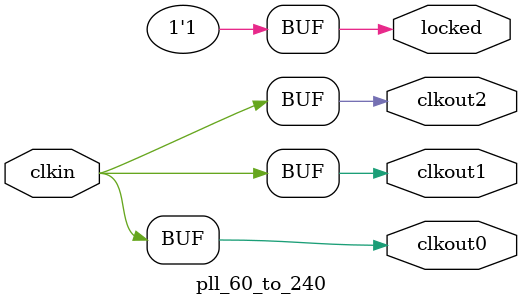
<source format=v>

module top (
    // Clock and Reset
    input  wire        clk_60mhz,       // 60MHz input clock
    input  wire        reset_n,         // Active low reset
    
    // USB PHY 0 - CONTROL (Internal MCU Access)
    inout  wire        usb0_dp,         // USB D+ (bidirectional)
    inout  wire        usb0_dn,         // USB D- (bidirectional)
    output wire        usb0_pullup,     // USB pullup control
    
    // USB PHY 1 - TARGET A/C (Shared PHY)
    inout  wire        usb1_dp,         // USB D+ (bidirectional)
    inout  wire        usb1_dn,         // USB D- (bidirectional)
    output wire        usb1_pullup,     // USB pullup control
    
    // USB PHY 2 - TARGET B (Dedicated)
    inout  wire        usb2_dp,         // USB D+ (bidirectional)
    inout  wire        usb2_dn,         // USB D- (bidirectional)
    output wire        usb2_pullup,     // USB pullup control
    
    // UART0 to SAMD51 (USB CDC-ACM bridge)
    input  wire        uart0_rx,        // UART receive from SAMD51
    output wire        uart0_tx,        // UART transmit to SAMD51
    
    // Status LEDs (Cynthion has 6 FPGA LEDs: 0-5)
    output wire [5:0]  led,             // Status LEDs
    
    // Debug Interface
    output wire [3:0]  debug            // Debug signals
);

    // Clock generation
    wire        clk;                // System clock (60 MHz)
    wire        clk_120mhz;         // 120MHz clock for fast path
    wire        clk_240mhz;         // 240MHz clock for PHY
    wire        pll_locked;         // PLL lock indicator
    wire        rst_n;              // Global reset (active low)
    
    // Output enable signals for USB PHYs
    wire usb0_dp_oe;        // USB0 D+ output enable
    wire usb0_dn_oe;        // USB0 D- output enable
    wire usb1_dp_oe;        // USB1 D+ output enable
    wire usb1_dn_oe;        // USB1 D- output enable
    wire usb2_dp_oe;        // USB2 D+ output enable
    wire usb2_dn_oe;        // USB2 D- output enable
    
    // USB PHY signals for the three interfaces
    // PHY 0 - Control
    wire [1:0]  phy0_line_state;    // USB0 line state
    wire [7:0]  phy0_rx_data;       // USB0 received data
    wire        phy0_rx_valid;      // USB0 data valid
    wire        phy0_rx_active;     // USB0 receiving
    wire        phy0_rx_error;      // USB0 error
    wire [7:0]  phy0_tx_data;       // USB0 transmit data
    wire        phy0_tx_valid;      // USB0 transmit valid
    wire        phy0_tx_ready;      // USB0 ready for transmit
    wire [1:0]  phy0_tx_op_mode;    // USB0 operation mode
    
    // PHY 1 - Target A/C
    wire [1:0]  phy1_line_state;    // USB1 line state
    wire [7:0]  phy1_rx_data;       // USB1 received data
    wire        phy1_rx_valid;      // USB1 data valid
    wire        phy1_rx_active;     // USB1 receiving
    wire        phy1_rx_error;      // USB1 error
    wire [7:0]  phy1_tx_data;       // USB1 transmit data
    wire        phy1_tx_valid;      // USB1 transmit valid
    wire        phy1_tx_ready;      // USB1 ready for transmit
    wire [1:0]  phy1_tx_op_mode;    // USB1 operation mode
    
    // PHY 2 - Target B
    wire [1:0]  phy2_line_state;    // USB2 line state
    wire [7:0]  phy2_rx_data;       // USB2 received data
    wire        phy2_rx_valid;      // USB2 data valid
    wire        phy2_rx_active;     // USB2 receiving
    wire        phy2_rx_error;      // USB2 error
    wire [7:0]  phy2_tx_data;       // USB2 transmit data
    wire        phy2_tx_valid;      // USB2 transmit valid
    wire        phy2_tx_ready;      // USB2 ready for transmit
    wire [1:0]  phy2_tx_op_mode;    // USB2 operation mode
    
    // PHY configuration
    wire [1:0]  phy0_speed_ctrl;    // USB0 speed select
    wire [1:0]  phy1_speed_ctrl;    // USB1 speed select
    wire [1:0]  phy2_speed_ctrl;    // USB2 speed select
    wire        phy0_reset;         // USB0 PHY reset
    wire        phy1_reset;         // USB1 PHY reset
    wire        phy2_reset;         // USB2 PHY reset
    
    // Protocol handler signals
    // Host side protocol
    wire [7:0]  host_decoded_data;  // Decoded data from host
    wire        host_decoded_valid; // Host data valid
    wire        host_decoded_sop;   // Start of host packet
    wire        host_decoded_eop;   // End of host packet
    wire [3:0]  host_pid;           // Host packet ID
    wire [6:0]  host_dev_addr;      // Device address from host
    wire [3:0]  host_endp;          // Endpoint from host
    wire        host_crc_valid;     // Host CRC valid
    
    // Device side protocol
    wire [7:0]  device_decoded_data;// Decoded data from device
    wire        device_decoded_valid;// Device data valid
    wire        device_decoded_sop; // Start of device packet
    wire        device_decoded_eop; // End of device packet
    wire [3:0]  device_pid;         // Device packet ID
    wire        device_crc_valid;   // Device CRC valid
    
    // Control protocol signals
    wire [7:0]  host_tx_data;       // Data to transmit to host
    wire        host_tx_valid;      // Data valid for host
    wire        host_tx_sop;        // Start of packet to host
    wire        host_tx_eop;        // End of packet to host
    wire [3:0]  host_tx_pid;        // PID to send to host
    
    wire [7:0]  device_tx_data;     // Data to transmit to device
    wire        device_tx_valid;    // Data valid for device
    wire        device_tx_sop;      // Start of packet to device
    wire        device_tx_eop;      // End of packet to device
    wire [3:0]  device_tx_pid;      // PID to send to device
    
    // Packet proxy signals
    wire [7:0]  packet_data;        // Packet data
    wire        packet_valid;       // Packet valid
    wire        packet_sop;         // Packet start
    wire        packet_eop;         // Packet end
    wire [3:0]  packet_pid;         // Packet ID
    wire        is_token_packet;    // Is token packet
    wire        is_data_packet;     // Is data packet
    
    // Buffer manager signals
    wire [7:0]  buffer_data;        // Data for buffer
    wire        buffer_valid;       // Buffer data valid
    wire [63:0] buffer_timestamp;   // Timestamp for buffer
    wire [7:0]  buffer_flags;       // Buffer flags
    wire        buffer_ready;       // Buffer ready
    wire [7:0]  read_data;          // Read data from buffer
    wire        read_valid;         // Read valid
    wire        read_req;           // Read request
    
    // Timestamp signals
    wire [63:0] timestamp;          // Current timestamp
    wire [31:0] timestamp_ms;       // Millisecond timestamp
    wire [15:0] sof_frame_num;      // SOF frame number
    wire        timestamp_valid;    // Timestamp valid
    
    // Control registers
    reg         proxy_enable;       // Enable proxy
    reg  [15:0] packet_filter_mask; // Packet filter
    reg         packet_filter_en;   // Enable filtering
    reg         modify_enable;      // Enable modification
    reg  [7:0]  modify_flags;       // Modification flags
    reg  [3:0]  resolution_ctrl;    // Timestamp resolution
    
    // Status signals
    wire        buffer_overflow;    // Buffer overflow
    wire        buffer_underflow;   // Buffer underflow
    wire [15:0] buffer_used;        // Buffer usage
    wire [31:0] packet_count;       // Packet count
    wire [15:0] error_count;        // Error counter
    
    // Control bus
    reg  [7:0]  control_reg_addr;   // Control register address
    reg  [7:0]  control_reg_data;   // Control register data
    reg         control_reg_write;  // Control register write
    
    // Debug interface signals
    wire [7:0]  debug_cmd;          // Debug command input
    wire        debug_cmd_valid;    // Debug command valid
    wire [7:0]  debug_resp;         // Debug response output
    wire        debug_resp_valid;   // Debug response valid
    wire [7:0]  debug_leds;         // Debug LED outputs
    wire [7:0]  debug_probe;        // Debug probe outputs
    wire        force_reset;        // Force system reset
    
    // UART0 interface signals (to SAMD51)
    wire [7:0]  uart_tx_data;       // UART transmit data
    wire        uart_tx_valid;      // UART transmit valid
    wire        uart_tx_ready;      // UART ready for data
    wire [7:0]  uart_rx_data;       // UART received data
    wire        uart_rx_valid;      // UART receive valid
    wire        uart_rx_ready;      // UART ready to accept
    wire        uart_tx_busy;       // UART transmitter busy
    wire        uart_rx_error;      // UART receiver error
    wire [7:0]  uart_tx_fifo_used;  // TX FIFO occupancy
    wire [7:0]  uart_rx_fifo_used;  // RX FIFO occupancy
    
    // PHY monitoring
    wire        event_valid;        // PHY event valid
    wire [7:0]  event_type;         // PHY event type
    wire [63:0] event_timestamp;    // PHY event timestamp
    
    // Connection status
    wire        host_conn_detect;   // Host connection detected
    wire [1:0]  host_conn_speed;    // Host connection speed
    wire        device_conn_detect; // Device connection detected
    wire [1:0]  device_conn_speed;  // Device connection speed
    
    // USB Host Mode Signals
    // Reset Controller
    wire        host_mode_enable;       // Enable USB host mode
    wire        bus_reset_req;          // Request bus reset
    wire        reset_active;           // Reset in progress
    wire [1:0]  detected_speed;         // Detected device speed (00=LS, 01=FS, 10=HS)
    wire        reset_done;             // Reset complete
    
    // Token Generator
    wire        token_start;            // Start token generation
    wire [1:0]  token_type;             // Token type (00=OUT, 01=IN, 10=SETUP, 11=SOF)
    wire [6:0]  token_addr;             // Device address
    wire [3:0]  token_endp;             // Endpoint number
    wire [7:0]  token_data_out;         // Token data to PHY
    wire        token_data_valid;       // Token data valid
    wire        token_ready;            // Token generator ready
    wire        token_done;             // Token generation complete
    
    // SOF Generator
    wire        sof_enable;             // Enable SOF generation
    wire        sof_trigger;            // SOF trigger output
    wire [10:0] sof_frame_number;       // Current frame number
    wire        sof_start;              // Start SOF packet
    wire [7:0]  sof_data_out;           // SOF data to PHY
    wire        sof_data_valid;         // SOF data valid
    wire        sof_done;               // SOF generation complete
    
    // Transaction Engine
    wire        trans_start;            // Start transaction
    wire [1:0]  trans_type;             // Transaction type (00=SETUP, 01=IN, 10=OUT)
    wire [6:0]  trans_addr;             // Transaction device address
    wire [3:0]  trans_endp;             // Transaction endpoint
    wire        trans_data_pid;         // Data PID (0=DATA0, 1=DATA1)
    wire [7:0]  trans_data_len;         // Data length
    wire [7:0]  trans_data_in;          // Data input for OUT/SETUP
    wire        trans_data_in_valid;    // Data input valid
    wire        trans_data_in_ready;    // Ready for data input
    wire [7:0]  trans_data_out;         // Data output for IN
    wire        trans_data_out_valid;   // Data output valid
    wire        trans_data_out_ready;   // Ready to accept data output
    wire        trans_done;             // Transaction complete
    wire [2:0]  trans_result;           // Transaction result (ACK/NAK/STALL/etc)
    
    // USB Enumerator
    wire        enum_start;             // Start enumeration
    wire        enum_done;              // Enumeration complete
    wire        enum_error;             // Enumeration error
    wire [7:0]  enum_error_code;        // Error code
    wire [6:0]  enum_device_addr;       // Assigned device address
    wire [7:0]  enum_config_num;        // Configuration number to select
    wire [15:0] enum_vendor_id;         // Device vendor ID
    wire [15:0] enum_product_id;        // Device product ID
    wire [7:0]  enum_max_packet_size;   // Max packet size for EP0
    wire [7:0]  enum_num_configs;       // Number of configurations
    wire [7:0]  enum_interface_num;     // HID interface number
    wire [7:0]  enum_config_desc_out;   // Config descriptor output
    wire        enum_config_desc_valid; // Config descriptor valid
    wire        enum_config_desc_done;  // Config descriptor complete
    
    // Descriptor Parser
    wire        parser_desc_in_valid;   // Descriptor input valid
    wire [7:0]  parser_desc_in;         // Descriptor input data
    wire        parser_desc_done;       // Parsing complete
    wire        parser_enable;          // Enable parser
    wire        parser_done;            // Parser done
    wire [7:0]  parser_num_endpoints;   // Number of endpoints found
    wire [6:0]  parser_ep_addr;         // Endpoint address
    wire [1:0]  parser_ep_type;         // Endpoint type
    wire [10:0] parser_ep_max_packet;   // Endpoint max packet size
    wire [7:0]  parser_ep_interval;     // Endpoint polling interval
    wire [7:0]  parser_iface_protocol;  // Interface protocol (0x01=kbd, 0x02=mouse)
    wire [7:0]  parser_iface_number;    // Interface number
    wire        parser_ep_valid;        // Endpoint info valid
    
    // HID Keyboard Engine
    wire        kbd_enable;             // Enable keyboard polling
    wire [6:0]  kbd_device_addr;        // Keyboard device address
    wire [3:0]  kbd_endpoint;           // Keyboard interrupt endpoint
    wire [10:0] kbd_max_packet_size;    // Endpoint max packet size
    wire [7:0]  kbd_poll_interval;      // Polling interval (ms)
    wire [63:0] kbd_report_data;        // Keyboard report (8 bytes)
    wire        kbd_report_valid;       // New report available
    wire [6:0]  kbd_report_length;      // Actual report length
    wire        kbd_active;             // Keyboard actively polling
    wire        kbd_error;              // Keyboard error
    wire [7:0]  kbd_error_code;         // Error code
    
    // HID Mouse Engine
    wire        mouse_enable;           // Enable mouse polling
    wire [6:0]  mouse_device_addr;      // Mouse device address
    wire [3:0]  mouse_endpoint;         // Mouse interrupt endpoint
    wire [10:0] mouse_max_packet_size;  // Endpoint max packet size
    wire [7:0]  mouse_poll_interval;    // Polling interval (ms)
    wire [39:0] mouse_report_data;      // Mouse report (5 bytes)
    wire        mouse_report_valid;     // New report available
    wire [6:0]  mouse_report_length;    // Actual report length
    wire [7:0]  mouse_button_state;     // Button states
    wire signed [7:0] mouse_delta_x;    // X movement
    
    // Disconnect Detector
    wire        disconnect_enable;      // Enable disconnect detection
    wire        device_connected;       // Device connection status
    wire        disconnect_detected;    // Disconnect event detected
    wire signed [7:0] mouse_delta_y;    // Y movement
    wire signed [7:0] mouse_wheel_delta; // Wheel scroll
    wire        mouse_active;           // Mouse actively polling
    wire        mouse_error;            // Mouse error
    wire [7:0]  mouse_error_code;       // Error code
    
    // USB Host Control Registers
    reg         host_mode_enable_reg;   // Host mode enable register
    reg         enum_start_reg;         // Start enumeration register
    reg  [6:0]  target_device_addr;     // Target device address for enumeration
    reg  [7:0]  target_config_num;      // Target configuration number
    
    // Reset logic
    reg [3:0]   reset_sync;         // Reset synchronizer
    wire        system_rst_n;       // System reset with debug force
    
    // PLL for clock generation
    pll_60_to_240 pll_inst (
        .clkin(clk_60mhz),
        .clkout0(clk),          // 60MHz
        .clkout1(clk_120mhz),   // 120MHz
        .clkout2(clk_240mhz),   // 240MHz
        .locked(pll_locked)
    );
    
    // Reset synchronization
    always @(posedge clk or negedge reset_n) begin
        if (!reset_n) begin
            reset_sync <= 4'b0000;
        end else begin
            reset_sync <= {reset_sync[2:0], 1'b1};
        end
    end
    
    // Global reset signal
    assign system_rst_n = reset_sync[3] & pll_locked;
    assign rst_n = system_rst_n & ~force_reset;  // Add debug forced reset
    
    // USB PHY 0 - CONTROL (Internal MCU Access)
    usb_phy_wrapper phy0 (
        .clk(clk),
        .clk_480mhz(clk_240mhz), // Using 240MHz as the nearest available
        .rst_n(rst_n),
        
        // PHY pins
        .usb_dp_i(usb0_dp),
        .usb_dn_i(usb0_dn),
        .usb_dp_o(usb0_dp),
        .usb_dn_o(usb0_dn),
        .usb_dp_oe(usb0_dp_oe),
        .usb_dn_oe(usb0_dn_oe),
        .usb_pullup_en(usb0_pullup),
        
        // UTMI interface
        .utmi_line_state(phy0_line_state),
        .utmi_rx_data(phy0_rx_data),
        .utmi_rx_valid(phy0_rx_valid),
        .utmi_rx_active(phy0_rx_active),
        .utmi_rx_error(phy0_rx_error),
        .utmi_tx_data(phy0_tx_data),
        .utmi_tx_valid(phy0_tx_valid),
        .utmi_tx_ready(phy0_tx_ready),
        .utmi_tx_op_mode(phy0_tx_op_mode),
        .utmi_xcvr_select(2'b01), // Default to full-speed
        .utmi_termselect(1'b1),
        .utmi_dppulldown(1'b0),
        .utmi_dmpulldown(1'b0),
        
        // PHY monitoring
        .phy_line_state(),
        .phy_rx_carrier(),
        .phy_rx_clock(),
        
        // Control
        .usb_speed_ctrl(phy0_speed_ctrl),
        .phy_reset(phy0_reset),
        .phy_status()
    );
    
    // USB PHY 1 - TARGET A/C (Shared PHY)
    usb_phy_wrapper phy1 (
        .clk(clk),
        .clk_480mhz(clk_240mhz),
        .rst_n(rst_n),
        
        // PHY pins
        .usb_dp_i(usb1_dp),
        .usb_dn_i(usb1_dn),
        .usb_dp_o(usb1_dp),
        .usb_dn_o(usb1_dn),
        .usb_dp_oe(usb1_dp_oe),
        .usb_dn_oe(usb1_dn_oe),
        .usb_pullup_en(usb1_pullup),
        
        // UTMI interface
        .utmi_line_state(phy1_line_state),
        .utmi_rx_data(phy1_rx_data),
        .utmi_rx_valid(phy1_rx_valid),
        .utmi_rx_active(phy1_rx_active),
        .utmi_rx_error(phy1_rx_error),
        .utmi_tx_data(phy1_tx_data),
        .utmi_tx_valid(phy1_tx_valid),
        .utmi_tx_ready(phy1_tx_ready),
        .utmi_tx_op_mode(phy1_tx_op_mode),
        .utmi_xcvr_select(2'b01),
        .utmi_termselect(1'b1),
        .utmi_dppulldown(1'b0),
        .utmi_dmpulldown(1'b0),
        
        // PHY monitoring
        .phy_line_state(),
        .phy_rx_carrier(),
        .phy_rx_clock(),
        
        // Control
        .usb_speed_ctrl(phy1_speed_ctrl),
        .phy_reset(phy1_reset),
        .phy_status()
    );
    
    // USB PHY 2 - TARGET B (Dedicated)
    usb_phy_wrapper phy2 (
        .clk(clk),
        .clk_480mhz(clk_240mhz),
        .rst_n(rst_n),
        
        // PHY pins
        .usb_dp_i(usb2_dp),
        .usb_dn_i(usb2_dn),
        .usb_dp_o(usb2_dp),
        .usb_dn_o(usb2_dn),
        .usb_dp_oe(usb2_dp_oe),
        .usb_dn_oe(usb2_dn_oe),
        .usb_pullup_en(usb2_pullup),
        
        // UTMI interface
        .utmi_line_state(phy2_line_state),
        .utmi_rx_data(phy2_rx_data),
        .utmi_rx_valid(phy2_rx_valid),
        .utmi_rx_active(phy2_rx_active),
        .utmi_rx_error(phy2_rx_error),
        .utmi_tx_data(phy2_tx_data),
        .utmi_tx_valid(phy2_tx_valid),
        .utmi_tx_ready(phy2_tx_ready),
        .utmi_tx_op_mode(phy2_tx_op_mode),
        .utmi_xcvr_select(2'b01),
        .utmi_termselect(1'b1),
        .utmi_dppulldown(1'b0),
        .utmi_dmpulldown(1'b0),
        
        // PHY monitoring
        .phy_line_state(),
        .phy_rx_carrier(),
        .phy_rx_clock(),
        
        // Control
        .usb_speed_ctrl(phy2_speed_ctrl),
        .phy_reset(phy2_reset),
        .phy_status()
    );
    
    // USB protocol handler for device side (PHY1)
    usb_protocol_handler device_protocol (
        .clk(clk),
        .rst_n(rst_n),
        
        // UTMI Interface
        .utmi_rx_data(phy1_rx_data),
        .utmi_rx_valid(phy1_rx_valid),
        .utmi_rx_active(phy1_rx_active),
        .utmi_rx_error(phy1_rx_error),
        .utmi_line_state(phy1_line_state),
        .utmi_tx_data(phy1_tx_data),
        .utmi_tx_valid(phy1_tx_valid),
        .utmi_tx_ready(phy1_tx_ready),
        .utmi_tx_op_mode(phy1_tx_op_mode),
        .utmi_xcvr_select(phy1_speed_ctrl),
        .utmi_termselect(),
        .utmi_dppulldown(),
        .utmi_dmpulldown(),
        
        // Protocol Interface
        .packet_data(device_decoded_data),
        .packet_valid(device_decoded_valid),
        .packet_sop(device_decoded_sop),
        .packet_eop(device_decoded_eop),
        .pid(device_pid),
        .dev_addr(),
        .endp(),
        .crc_valid(device_crc_valid),
        
        // Transmit Interface
        .tx_packet_data(device_tx_data),
        .tx_packet_valid(device_tx_valid),
        .tx_packet_sop(device_tx_sop),
        .tx_packet_eop(device_tx_eop),
        .tx_packet_ready(),
        .tx_pid(device_tx_pid),
        
        // Configuration
        .device_address(7'h01),  // Default device address
        .usb_speed(phy1_speed_ctrl),
        .conn_detect(device_conn_detect),
        .conn_speed(device_conn_speed),
        .reset_detect(),
        .suspend_detect(),
        .resume_detect()
    );
    
    // USB protocol handler for host side (PHY2)
    usb_protocol_handler host_protocol (
        .clk(clk),
        .rst_n(rst_n),
        
        // UTMI Interface
        .utmi_rx_data(phy2_rx_data),
        .utmi_rx_valid(phy2_rx_valid),
        .utmi_rx_active(phy2_rx_active),
        .utmi_rx_error(phy2_rx_error),
        .utmi_line_state(phy2_line_state),
        .utmi_tx_data(phy2_tx_data),
        .utmi_tx_valid(phy2_tx_valid),
        .utmi_tx_ready(phy2_tx_ready),
        .utmi_tx_op_mode(phy2_tx_op_mode),
        .utmi_xcvr_select(phy2_speed_ctrl),
        .utmi_termselect(),
        .utmi_dppulldown(),
        .utmi_dmpulldown(),
        
        // Protocol Interface
        .packet_data(host_decoded_data),
        .packet_valid(host_decoded_valid),
        .packet_sop(host_decoded_sop),
        .packet_eop(host_decoded_eop),
        .pid(host_pid),
        .dev_addr(host_dev_addr),
        .endp(host_endp),
        .crc_valid(host_crc_valid),
        
        // Transmit Interface
        .tx_packet_data(host_tx_data),
        .tx_packet_valid(host_tx_valid),
        .tx_packet_sop(host_tx_sop),
        .tx_packet_eop(host_tx_eop),
        .tx_packet_ready(),
        .tx_pid(host_tx_pid),
        
        // Configuration
        .device_address(7'h00),  // Host doesn't need a device address
        .usb_speed(phy2_speed_ctrl),
        .conn_detect(host_conn_detect),
        .conn_speed(host_conn_speed),
        .reset_detect(),
        .suspend_detect(),
        .resume_detect()
    );
    
    // =======================================================================
    // USB HOST MODE COMPONENTS
    // =======================================================================
    
    // USB Reset Controller - Handles bus reset with speed detection
    usb_reset_controller reset_ctrl (
        .clk(clk),
        .rst_n(rst_n),
        
        // Control Interface
        .bus_reset_req(bus_reset_req),
        .reset_active(reset_active),
        .detected_speed(detected_speed),
        
        // PHY Control Outputs
        .phy_op_mode(phy2_tx_op_mode),
        .phy_xcvr_select(),  // Not used
        .phy_term_select(),  // Not used
        
        // PHY Status Inputs
        .phy_line_state(phy2_line_state),
        
        // UTMI Interface (connected to PHY2 for host operations)
        .utmi_tx_data(phy2_tx_data),
        .utmi_tx_valid(phy2_tx_valid),
        .utmi_tx_ready(phy2_tx_ready)
    );
    
    // USB Disconnect Detector - Monitors line state for device disconnect/connect
    usb_disconnect_detector disconnect_det (
        .clk(clk),
        .reset(~rst_n),
        
        // USB line state from PHY2 (host port)
        .line_state(phy2_line_state),
        
        // Configuration
        .enable(disconnect_enable),
        .high_speed(detected_speed == 2'b10),  // High-speed if detected_speed is 10
        
        // Status output
        .device_connected(device_connected),
        .disconnect_detected(disconnect_detected)
    );
    
    // USB Token Generator - Generates USB token packets
    usb_token_generator token_gen (
        .clk(clk),
        .rst_n(rst_n),
        
        // Token Request Interface
        .token_start(token_start),
        .token_type(token_type),
        .token_addr(token_addr),
        .token_endp(token_endp),
        .token_frame(11'b0),  // Not used for non-SOF tokens
        .token_ready(token_ready),
        .token_done(token_done),
        
        // UTMI Transmit Interface
        .utmi_tx_data(token_data_out),
        .utmi_tx_valid(token_data_valid),
        .utmi_tx_ready(1'b1)  // Always ready for now
    );
    
    // USB SOF Generator - Generates Start-of-Frame packets
    usb_sof_generator sof_gen (
        .clk(clk),
        .rst_n(rst_n),
        
        // Control
        .enable(sof_enable),
        .speed(detected_speed),
        
        // SOF Output
        .sof_trigger(sof_trigger),
        .frame_number(sof_frame_number),
        
        // Token Generator Interface
        .token_start(sof_start),
        .token_type(),  // Not used
        .token_frame(),  // Not used
        .token_ready(1'b1),  // Always ready
        .token_done(sof_done)
    );
    
    // USB Transaction Engine - Handles SETUP/IN/OUT transactions
    usb_transaction_engine trans_engine (
        .clk(clk),
        .rst_n(rst_n),
        
        // Control Interface
        .trans_start(trans_start),
        .trans_type(trans_type),
        .trans_addr(trans_addr),
        .trans_endp(trans_endp),
        .trans_data_pid(trans_data_pid),
        .trans_data_len(trans_data_len),
        .trans_done(trans_done),
        .trans_result(trans_result),
        
        // Data Interfaces
        .data_in(trans_data_in),
        .data_in_valid(trans_data_in_valid),
        .data_in_ready(trans_data_in_ready),
        .data_out(trans_data_out),
        .data_out_valid(trans_data_out_valid),
        .data_out_ready(trans_data_out_ready),
        
        // UTMI Interface (connected to PHY2 for host operations)
        .utmi_rx_data(phy2_rx_data),
        .utmi_rx_valid(phy2_rx_valid),
        .utmi_rx_active(phy2_rx_active),
        .utmi_tx_data(phy2_tx_data),
        .utmi_tx_valid(phy2_tx_valid),
        .utmi_tx_ready(phy2_tx_ready),
        
        // Token Generator Interface
        .token_start(token_start),
        .token_type(token_type),
        .token_addr(token_addr),
        .token_endp(token_endp),
        .token_ready(token_ready),
        .token_done(token_done)
    );
    
    // USB Descriptor Parser - Parses configuration descriptors
    usb_descriptor_parser desc_parser (
        .clk(clk),
        .rst_n(rst_n),
        
        // Control Interface
        .enable(parser_enable),
        .done(parser_done),
        .valid(parser_ep_valid),
        
        // Descriptor Input Stream
        .desc_data(parser_desc_in),
        .desc_valid(parser_desc_in_valid),
        .desc_ready(),  // Not used
        
        // Filter Configuration
        .filter_class(8'h03),              // HID class
        .filter_subclass(8'hFF),           // Any subclass
        .filter_protocol(8'hFF),           // Any protocol
        .filter_transfer_type(2'b11),      // Interrupt transfer
        .filter_direction(1'b1),           // IN endpoint
        
        // Extracted Endpoint Information
        .endp_number(parser_ep_addr[3:0]),
        .endp_direction(),                 // Always IN for our filter
        .endp_type(parser_ep_type),
        .endp_max_packet(parser_ep_max_packet),
        .endp_interval(parser_ep_interval),
        .iface_protocol_out(parser_iface_protocol),
        .iface_number_out(parser_iface_number)
    );
    
    // USB Enumerator - Orchestrates device enumeration
    usb_enumerator enumerator (
        .clk(clk),
        .rst_n(rst_n),
        
        // Control Interface
        .start_enum(enum_start),
        .enum_done(enum_done),
        .enum_error(enum_error),
        .error_code(enum_error_code),
        
        // Configuration
        .device_addr(enum_device_addr),
        .config_number(enum_config_num),
        
        // Reset Controller Interface
        .bus_reset_req(bus_reset_req),
        .reset_active(reset_active),
        .detected_speed(detected_speed),
        
        // Token Generator Interface
        .token_start(token_start),
        .token_type(token_type),
        .token_addr(token_addr),
        .token_endp(token_endp),
        .token_ready(token_ready),
        .token_done(token_done),
        
        // UTMI Interfaces
        .utmi_rx_data(phy2_rx_data),
        .utmi_rx_valid(phy2_rx_valid),
        .utmi_rx_active(phy2_rx_active),
        .utmi_tx_data(phy2_tx_data),
        .utmi_tx_valid(phy2_tx_valid),
        .utmi_tx_ready(phy2_tx_ready),
        
        // Descriptor Parser Interface
        .parser_enable(parser_enable),
        .parser_done(parser_done),
        .parser_valid(parser_ep_valid),
        .parser_data(parser_desc_in),
        .parser_data_valid(parser_desc_in_valid),
        
        // Device Information Outputs
        .max_packet_size(enum_max_packet_size),
        .device_speed(),
        .vendor_id(enum_vendor_id),
        .product_id(enum_product_id),
        .interface_num(enum_interface_num),
        
        // SOF Counter
        .sof_count(sof_frame_num[10:0])
    );
    
    // Connect descriptor parser to enumerator output
    assign parser_desc_in = enum_config_desc_out;
    assign parser_desc_in_valid = enum_config_desc_valid;
    assign parser_desc_done = enum_config_desc_done;
    
    // USB HID Keyboard Engine - Polls keyboard interrupt endpoint
    usb_hid_keyboard_engine kbd_engine (
        .clk(clk),
        .rst_n(rst_n),
        
        // Control Interface
        .enable(kbd_enable),
        .enumerated(enum_done),
        
        // Device Information (from enumerator/parser)
        .device_addr(kbd_device_addr),
        .endp_number(kbd_endpoint),
        .max_packet_size(kbd_max_packet_size[7:0]),
        .device_speed(2'b01),  // Full speed
        .poll_interval(kbd_poll_interval),
        
        // Token Generator Interface  
        .token_start(token_start),
        .token_type(token_type),
        .token_addr(token_addr),
        .token_endp(token_endp),
        .token_ready(token_ready),
        .token_done(token_done),
        
        // UTMI Receive Interface
        .utmi_rx_data(phy2_rx_data),
        .utmi_rx_valid(phy2_rx_valid),
        .utmi_rx_active(phy2_rx_active),
        .utmi_rx_pid(host_pid),
        
        // SOF Interface
        .sof_trigger(sof_trigger),
        .frame_number(sof_frame_num[10:0]),
        
        // Keyboard Report Output
        .report_valid(kbd_report_valid),
        .report_data(kbd_report_data),
        .report_length(kbd_report_length),
        
        // Decoded Boot Protocol Fields (backward compatibility)
        .report_modifiers(),  // Can connect if needed
        .report_key0(),
        .report_key1(),
        .report_key2(),
        .report_key3(),
        .report_key4(),
        .report_key5(),
        
        // Status
        .status(),
        .poll_count()
    );
    
    // USB HID Mouse Engine - Polls mouse interrupt endpoint
    usb_hid_mouse_engine mouse_engine (
        .clk(clk),
        .rst_n(rst_n),
        
        // Control Interface
        .enable(mouse_enable),
        .device_addr(mouse_device_addr),
        .endpoint(mouse_endpoint),
        .max_packet_size(mouse_max_packet_size),
        .poll_interval(mouse_poll_interval),
        .device_speed(detected_speed),
        
        // Mouse Report Output
        .report_data(mouse_report_data),
        .report_valid(mouse_report_valid),
        .report_length(mouse_report_length),
        
        // Decoded Mouse Data (boot protocol compatibility)
        .button_state(mouse_button_state),
        .delta_x(mouse_delta_x),
        .delta_y(mouse_delta_y),
        .wheel_delta(mouse_wheel_delta),
        
        // Status
        .active(mouse_active),
        .error(mouse_error),
        .error_code(mouse_error_code),
        
        // Transaction Engine Interface
        .trans_start(trans_start),
        .trans_done(trans_done),
        .trans_result(trans_result),
        .trans_addr(trans_addr),
        .trans_endp(trans_endp),
        .trans_data_pid(trans_data_pid),
        .trans_data_out(trans_data_out),
        .trans_data_out_valid(trans_data_out_valid),
        .trans_data_out_ready(trans_data_out_ready)
    );
    
    // =======================================================================
    // END USB HOST MODE COMPONENTS
    // =======================================================================
    
    // USB monitor/proxy logic
    usb_monitor monitor (
        .clk(clk),
        .clk_120mhz(clk_120mhz),
        .rst_n(rst_n),
        
        // Host Side Interface
        .host_rx_data(host_decoded_data),
        .host_rx_valid(host_decoded_valid),
        .host_rx_sop(host_decoded_sop),
        .host_rx_eop(host_decoded_eop),
        .host_rx_pid(host_pid),
        .host_rx_dev_addr(host_dev_addr),
        .host_rx_endp(host_endp),
        .host_rx_crc_valid(host_crc_valid),
        .host_tx_data(host_tx_data),
        .host_tx_valid(host_tx_valid),
        .host_tx_sop(host_tx_sop),
        .host_tx_eop(host_tx_eop),
        .host_tx_pid(host_tx_pid),
        
        // Device Side Interface
        .device_rx_data(device_decoded_data),
        .device_rx_valid(device_decoded_valid),
        .device_rx_sop(device_decoded_sop),
        .device_rx_eop(device_decoded_eop),
        .device_rx_pid(device_pid),
        .device_rx_crc_valid(device_crc_valid),
        .device_tx_data(device_tx_data),
        .device_tx_valid(device_tx_valid),
        .device_tx_sop(device_tx_sop),
        .device_tx_eop(device_tx_eop),
        .device_tx_pid(device_tx_pid),
        
        // Buffer Manager Interface
        .buffer_data(buffer_data),
        .buffer_valid(buffer_valid),
        .buffer_timestamp(buffer_timestamp),
        .buffer_flags(buffer_flags),
        .buffer_ready(buffer_ready),
        
        // Timestamp Interface
        .timestamp(timestamp),
        
        // PHY State Monitor Interface
        .host_line_state(phy2_line_state),
        .device_line_state(phy1_line_state),
        .event_valid(event_valid),
        .event_type(event_type),
        
        // Control Interface
        .control_reg_addr(control_reg_addr),
        .control_reg_data(control_reg_data),
        .control_reg_write(control_reg_write),
        .status_register(),
        
        // Configuration
        .proxy_enable(proxy_enable),
        .packet_filter_en(packet_filter_en),
        .packet_filter_mask(packet_filter_mask),
        .modify_enable(modify_enable),
        .addr_translate_en(8'h00),  // Changed from 1'b0 to 8-bit value
        .addr_translate_from(7'h00),
        .addr_translate_to(7'h00)
    );
    
    // Packet forwarding with inspection
    packet_proxy proxy (
        .clk(clk),
        .clk_120mhz(clk_120mhz),
        .rst_n(rst_n),
        
        // Host Controller Interface
        .host_rx_data(host_decoded_data),
        .host_rx_valid(host_decoded_valid),
        .host_rx_sop(host_decoded_sop),
        .host_rx_eop(host_decoded_eop),
        .host_tx_data(),
        .host_tx_valid(),
        .host_tx_sop(),
        .host_tx_eop(),
        
        // Device Controller Interface
        .device_rx_data(device_decoded_data),
        .device_rx_valid(device_decoded_valid),
        .device_rx_sop(device_decoded_sop),
        .device_rx_eop(device_decoded_eop),
        .device_tx_data(),
        .device_tx_valid(),
        .device_tx_sop(),
        .device_tx_eop(),
        
        // Buffer Manager Interface
        .buffer_data(packet_data),
        .buffer_valid(packet_valid),
        .buffer_timestamp(timestamp),
        .buffer_flags(),
        .buffer_ready(buffer_ready),
        
        // Timestamp Generator Interface
        .timestamp(timestamp),
        
        // Protocol Identification
        .packet_pid(packet_pid),
        .is_token_packet(is_token_packet),
        .is_data_packet(is_data_packet),
        .device_addr(),
        .endpoint_num(),
        
        // Control Interface
        .control_reg_addr(control_reg_addr),
        .control_reg_data(control_reg_data),
        .control_reg_write(control_reg_write),
        
        // Configuration
        .enable_proxy(proxy_enable),
        .enable_logging(1'b1),
        .enable_filtering(packet_filter_en),
        .packet_filter(packet_filter_mask),
        .enable_modify(modify_enable),
        .modify_flags(modify_flags)
    );
    
    // Ring buffer implementation
    buffer_manager buffer (
        .clk(clk),
        .rst_n(rst_n),
        
        // Write Interface
        .write_data(buffer_data),
        .write_valid(buffer_valid),
        .write_timestamp(buffer_timestamp),
        .write_flags(buffer_flags),
        .write_ready(buffer_ready),
        
        // Read Interface
        .read_data(read_data),
        .read_valid(read_valid),
        .read_req(read_req),
        .read_timestamp(),
        .read_flags(),
        .read_packet_start(),
        .read_packet_end(),
        
        // Control Interface
        .buffer_clear(1'b0),
        .high_watermark(16'h7000),  // 28KB high watermark
        .low_watermark(16'h1000),   // 4KB low watermark
        
        // Status Interface
        .buffer_used(buffer_used),
        .buffer_free(),
        .buffer_empty(),
        .buffer_full(),
        .buffer_overflow(buffer_overflow),
        .buffer_underflow(buffer_underflow),
        .packet_count(packet_count),
        
        // Configuration
        .enable_overflow_protection(1'b1),
        .buffer_mode(2'b01)  // Separate buffers for each direction
    );
    
    // Timestamp generator
    timestamp_generator timestamper (
        .clk(clk),
        .clk_high(clk_240mhz),
        .rst_n(rst_n),
        
        // Timestamp Outputs
        .timestamp(timestamp),
        .timestamp_ms(timestamp_ms),
        .sof_frame_num(sof_frame_num),
        
        // Synchronization
        .sync_enable(1'b0),
        .sync_pulse(1'b0),
        .sync_value(64'h0),
        
        // USB Frame Sync
        .sof_detected(host_pid == 4'b0101),  // SOF PID
        .sof_frame_num_in(11'h000),  // From SOF packet
        
        // Configuration
        .resolution_ctrl(resolution_ctrl),  // Configurable resolution
        .counter_enable(1'b1),
        .reset_counter(1'b0),
        
        // Status
        .timestamp_valid(timestamp_valid),
        .timestamp_rate()
    );
    
    // Initial configuration (would normally come from control interface)
    initial begin
        proxy_enable = 1'b1;
        packet_filter_mask = 16'h0000;  // No filtering initially
        packet_filter_en = 1'b0;
        modify_enable = 1'b0;
        modify_flags = 8'h00;
        resolution_ctrl = 4'h0;  // Full 60MHz resolution
        
        // USB Host Mode Configuration
        host_mode_enable_reg = 1'b0;  // Start with host mode disabled
        enum_start_reg = 1'b0;
        target_device_addr = 7'd1;    // Assign address 1 to enumerated device
        target_config_num = 8'd1;     // Select first configuration
    end
    
    // USB Host Mode Control Logic
    assign host_mode_enable = host_mode_enable_reg;
    assign enum_start = enum_start_reg;
    assign enum_device_addr = target_device_addr;
    assign enum_config_num = target_config_num;
    assign sof_enable = host_mode_enable & enum_done;  // Enable SOF after enumeration
    assign disconnect_enable = host_mode_enable;       // Enable disconnect detection when host mode active
    
    // Auto-reset and re-enumeration on disconnect
    reg prev_disconnect;
    reg auto_enum_trigger;
    
    always @(posedge clk or negedge rst_n) begin
        if (!rst_n) begin
            prev_disconnect <= 1'b0;
            auto_enum_trigger <= 1'b0;
        end else begin
            prev_disconnect <= disconnect_detected;
            
            // Trigger enumeration when device connects (after disconnect or initial connect)
            if (device_connected && !prev_disconnect && host_mode_enable && !enum_done) begin
                auto_enum_trigger <= 1'b1;
            end else if (enum_done || !device_connected) begin
                auto_enum_trigger <= 1'b0;
            end
        end
    end
    
    // Automatic keyboard and mouse engine startup after enumeration
    reg kbd_enable_reg;
    reg [6:0] kbd_addr_reg;
    reg [3:0] kbd_endp_reg;
    reg [10:0] kbd_max_pkt_reg;
    reg [7:0] kbd_interval_reg;
    
    reg mouse_enable_reg;
    reg [6:0] mouse_addr_reg;
    reg [3:0] mouse_endp_reg;
    reg [10:0] mouse_max_pkt_reg;
    reg [7:0] mouse_interval_reg;
    
    always @(posedge clk or negedge rst_n) begin
        if (!rst_n) begin
            kbd_enable_reg <= 1'b0;
            kbd_addr_reg <= 7'd0;
            kbd_endp_reg <= 4'd0;
            kbd_max_pkt_reg <= 11'd0;
            kbd_interval_reg <= 8'd0;
            mouse_enable_reg <= 1'b0;
            mouse_addr_reg <= 7'd0;
            mouse_endp_reg <= 4'd0;
            mouse_max_pkt_reg <= 11'd0;
            mouse_interval_reg <= 8'd0;
        end else begin
            // When enumeration completes and we find an endpoint, enable the appropriate engine
            if (enum_done && parser_ep_valid) begin
                // Check protocol: 0x01 = keyboard, 0x02 = mouse
                if (parser_iface_protocol == 8'h01) begin
                    // Keyboard detected
                    kbd_enable_reg <= 1'b1;
                    kbd_addr_reg <= enum_device_addr;
                    kbd_endp_reg <= parser_ep_addr[3:0];
                    kbd_max_pkt_reg <= parser_ep_max_packet;
                    kbd_interval_reg <= parser_ep_interval;
                end
                else if (parser_iface_protocol == 8'h02) begin
                    // Mouse detected
                    mouse_enable_reg <= 1'b1;
                    mouse_addr_reg <= enum_device_addr;
                    mouse_endp_reg <= parser_ep_addr[3:0];
                    mouse_max_pkt_reg <= parser_ep_max_packet;
                    mouse_interval_reg <= parser_ep_interval;
                end
            end
            // Disable on reset, enumeration start, or disconnect
            else if (enum_start_reg || bus_reset_req || disconnect_detected) begin
                kbd_enable_reg <= 1'b0;
                mouse_enable_reg <= 1'b0;
            end
        end
    end
    
    assign kbd_enable = kbd_enable_reg;
    assign kbd_device_addr = kbd_addr_reg;
    assign kbd_endpoint = kbd_endp_reg;
    assign kbd_max_packet_size = kbd_max_pkt_reg;
    assign kbd_poll_interval = kbd_interval_reg;
    
    assign mouse_enable = mouse_enable_reg;
    assign mouse_device_addr = mouse_addr_reg;
    assign mouse_endpoint = mouse_endp_reg;
    assign mouse_max_packet_size = mouse_max_pkt_reg;
    assign mouse_poll_interval = mouse_interval_reg;
    
    // =======================================================================
    // UART0 Interface to SAMD51 (USB CDC-ACM Bridge)
    // =======================================================================
    // This provides UART0→SAMD51→USB connectivity, eliminating the need for
    // external UART adapters. The SAMD51 Apollo firmware bridges this to
    // USB CDC-ACM, appearing as /dev/ttyACM0 (Linux) or COM port (Windows).
    
    // Injection interface signals
    wire [63:0] inject_kbd_report;
    wire        inject_kbd_valid;
    wire        inject_kbd_ack;
    wire [39:0] inject_mouse_report;
    wire        inject_mouse_valid;
    wire        inject_mouse_ack;
    wire [31:0] filter_mask;
    wire        mode_proxy_uart;
    wire        mode_host_uart;
    
    // Merged HID reports (after injection)
    wire [63:0] merged_kbd_report;
    wire        merged_kbd_valid;
    wire [39:0] merged_mouse_report;
    wire        merged_mouse_valid;
    
    uart_interface #(
        .CLK_FREQ(60_000_000),
        .BAUD_RATE(115200),
        .TX_FIFO_DEPTH(256),
        .RX_FIFO_DEPTH(256)
    ) uart0 (
        .clk(clk),
        .rst_n(rst_n),
        
        // Physical UART pins to SAMD51
        .uart_rx(uart0_rx),
        .uart_tx(uart0_tx),
        
        // Data interface
        .tx_data(uart_tx_data),
        .tx_valid(uart_tx_valid),
        .tx_ready(uart_tx_ready),
        
        .rx_data(uart_rx_data),
        .rx_valid(uart_rx_valid),
        .rx_ready(uart_rx_ready),
        
        // Status
        .tx_busy(uart_tx_busy),
        .rx_error(uart_rx_error),
        .tx_fifo_used(uart_tx_fifo_used),
        .rx_fifo_used(uart_rx_fifo_used)
    );
    
    // UART debug output generator - DISABLED for faster synthesis
    // Automatically sends status updates via UART0→USB
    /*
    uart_debug_output uart_debug (
        .clk(clk),
        .rst_n(rst_n),
        
        // UART TX interface
        .uart_tx_data(uart_tx_data),
        .uart_tx_valid(uart_tx_valid),
        .uart_tx_ready(uart_tx_ready),
        
        // Status inputs for debug messages
        .proxy_enable(proxy_enable),
        .host_mode_enable(host_mode_enable),
        .enum_done(enum_done),
        .kbd_active(kbd_active),
        .mouse_active(mouse_active),
        .kbd_report_valid(kbd_report_valid),
        .mouse_report_valid(mouse_report_valid),
        .kbd_report_data(kbd_report_data),
        .mouse_report_data(mouse_report_data),
        .packet_count(packet_count),
        .error_count(error_count),
        .buffer_overflow(buffer_overflow)
    );
    */
    
    // =======================================================================
    // UART Command Processor
    // =======================================================================
    // Parses commands from SAMD51 for HID report injection and control
    
    uart_command_processor cmd_processor (
        .clk(clk),
        .rst_n(rst_n),
        
        // UART RX interface
        .uart_rx_data(uart_rx_data),
        .uart_rx_valid(uart_rx_valid),
        .uart_rx_ready(uart_rx_ready),
        
        // UART TX interface (for responses - not used yet)
        .uart_tx_data(),  // Unused - debug output handles TX
        .uart_tx_valid(),
        .uart_tx_ready(1'b0),
        
        // Keyboard injection
        .inject_kbd_report(inject_kbd_report),
        .inject_kbd_valid(inject_kbd_valid),
        .inject_kbd_ack(inject_kbd_ack),
        
        // Mouse injection
        .inject_mouse_report(inject_mouse_report),
        .inject_mouse_valid(inject_mouse_valid),
        .inject_mouse_ack(inject_mouse_ack),
        
        // Control outputs
        .filter_mask(filter_mask),
        .mode_proxy(mode_proxy_uart),
        .mode_host(mode_host_uart)
    );
    
    // =======================================================================
    // USB Injection Multiplexer
    // =======================================================================
    // Merges real HID reports with injected reports from SAMD51
    
    usb_injection_mux injection_mux (
        .clk(clk),
        .rst_n(rst_n),
        
        // Real reports from USB host
        .host_kbd_report(kbd_report_data),
        .host_kbd_valid(kbd_report_valid),
        .host_mouse_report(mouse_report_data),
        .host_mouse_valid(mouse_report_valid),
        
        // Injected reports from SAMD51
        .inject_kbd_report(inject_kbd_report),
        .inject_kbd_valid(inject_kbd_valid),
        .inject_kbd_ack(inject_kbd_ack),
        .inject_mouse_report(inject_mouse_report),
        .inject_mouse_valid(inject_mouse_valid),
        .inject_mouse_ack(inject_mouse_ack),
        
        // Merged output (to USB device or monitoring)
        .out_kbd_report(merged_kbd_report),
        .out_kbd_valid(merged_kbd_valid),
        .out_mouse_report(merged_mouse_report),
        .out_mouse_valid(merged_mouse_valid)
    );
    
    // USB Host Mode Status LEDs (Cynthion has 6 FPGA LEDs: 0-5)
    // LED[5:3] = USB Host Status
    // LED[2:0] = Proxy/Monitor Status
    wire [5:0] status_leds;
    assign status_leds[5] = host_mode_enable & device_connected;    // Host mode + device connected
    assign status_leds[4] = enum_done;                              // Enumeration complete
    assign status_leds[3] = kbd_active || mouse_active;             // HID device active
    assign status_leds[2] = kbd_report_valid || mouse_report_valid; // New HID report
    assign status_leds[1] = proxy_enable;                           // Proxy active
    assign status_leds[0] = buffer_overflow;                        // Error indicator
    
    // Debug interface module
    debug_interface debug_if (
        .clk(clk),
        .rst_n(system_rst_n),
        
        // Debug Control Interface
        .debug_cmd(debug_cmd),
        .debug_cmd_valid(debug_cmd_valid),
        .debug_resp(debug_resp),
        .debug_resp_valid(debug_resp_valid),
        
        // Status Inputs
        .proxy_active(proxy_enable),
        .host_connected(host_conn_detect | enum_done),  // Host connected or enumeration done
        .device_connected(device_conn_detect),
        .host_speed(detected_speed),                     // Use detected speed from reset controller
        .device_speed(device_conn_speed),
        .buffer_overflow(buffer_overflow),
        .buffer_used(buffer_used),
        .packet_count(packet_count),
        .error_count(error_count),
        
        // Monitor Inputs
        .host_line_state(phy2_line_state),
        .device_line_state(phy1_line_state),
        .timestamp(timestamp),
        
        // Debug Outputs
        .debug_leds(debug_leds),
        .debug_probe(debug_probe),
        
        // Configuration Control
        .force_reset(force_reset),
        .debug_mode(),
        .trigger_config(),
        .loopback_enable()
    );
    
    // Status LEDs - output to hardware
    assign led = status_leds;
    
    // Debug outputs
    assign debug = debug_probe[3:0];  // Use the first 4 bits of debug probe
    
    // Debug interface now uses UART0→USB instead of direct USB PHY0 access
    // This provides cleaner host integration through SAMD51 CDC-ACM bridge
    assign debug_cmd = uart_rx_data;
    assign debug_cmd_valid = uart_rx_valid;
    // Debug response is handled by uart_debug_output module
    
    // Error counter
    reg [15:0] internal_error_count;
    always @(posedge clk or negedge rst_n) begin
        if (!rst_n)
            internal_error_count <= 16'd0;
        else if (host_decoded_valid && !host_crc_valid && host_decoded_eop)
            internal_error_count <= internal_error_count + 1'b1;
        else if (device_decoded_valid && !device_crc_valid && device_decoded_eop)
            internal_error_count <= internal_error_count + 1'b1;
    end
    assign error_count = internal_error_count;
    
endmodule

// PLL module definition - moved outside the top module to fix syntax error
module pll_60_to_240 (
    input  wire clkin,     // 60 MHz input clock
    output wire clkout0,   // 60 MHz output clock
    output wire clkout1,   // 120 MHz output clock
    output wire clkout2,   // 240 MHz output clock
    output wire locked     // PLL locked indicator
);
    // PLL would be implemented with platform-specific primitives
    // For ECP5, this would use the EHXPLLL primitive
    
    // Placeholder for simulation
    assign clkout0 = clkin;
    assign clkout1 = clkin;  // Would normally be 120 MHz
    assign clkout2 = clkin;  // Would normally be 240 MHz
    assign locked = 1'b1;    // Always locked for this placeholder
endmodule
</source>
